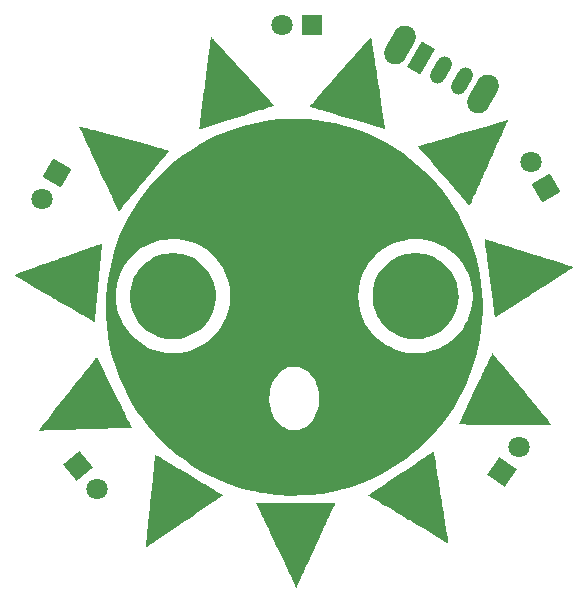
<source format=gbr>
%TF.GenerationSoftware,KiCad,Pcbnew,(6.0.4)*%
%TF.CreationDate,2022-06-06T14:47:46-07:00*%
%TF.ProjectId,Alpenglow_SunnySurprise_PCB,416c7065-6e67-46c6-9f77-5f53756e6e79,rev?*%
%TF.SameCoordinates,Original*%
%TF.FileFunction,Soldermask,Top*%
%TF.FilePolarity,Negative*%
%FSLAX46Y46*%
G04 Gerber Fmt 4.6, Leading zero omitted, Abs format (unit mm)*
G04 Created by KiCad (PCBNEW (6.0.4)) date 2022-06-06 14:47:46*
%MOMM*%
%LPD*%
G01*
G04 APERTURE LIST*
G04 Aperture macros list*
%AMHorizOval*
0 Thick line with rounded ends*
0 $1 width*
0 $2 $3 position (X,Y) of the first rounded end (center of the circle)*
0 $4 $5 position (X,Y) of the second rounded end (center of the circle)*
0 Add line between two ends*
20,1,$1,$2,$3,$4,$5,0*
0 Add two circle primitives to create the rounded ends*
1,1,$1,$2,$3*
1,1,$1,$4,$5*%
%AMRotRect*
0 Rectangle, with rotation*
0 The origin of the aperture is its center*
0 $1 length*
0 $2 width*
0 $3 Rotation angle, in degrees counterclockwise*
0 Add horizontal line*
21,1,$1,$2,0,0,$3*%
G04 Aperture macros list end*
%ADD10R,1.800000X1.800000*%
%ADD11C,1.800000*%
%ADD12RotRect,1.800000X1.800000X240.000000*%
%ADD13RotRect,1.800000X1.800000X120.000000*%
%ADD14RotRect,1.800000X1.800000X310.000000*%
%ADD15RotRect,1.800000X1.800000X55.000000*%
%ADD16O,2.500000X4.000000*%
%ADD17HorizOval,1.900000X-0.400000X-0.692820X0.400000X0.692820X0*%
%ADD18RotRect,1.300000X2.500000X330.000000*%
%ADD19HorizOval,1.300000X-0.300000X-0.519615X0.300000X0.519615X0*%
G04 APERTURE END LIST*
%TO.C,G\u002A\u002A\u002A*%
G36*
X163269967Y-85919593D02*
G01*
X163637340Y-85991826D01*
X163650222Y-85995068D01*
X164002887Y-86104788D01*
X164340209Y-86250004D01*
X164659842Y-86428352D01*
X164959441Y-86637468D01*
X165236662Y-86874987D01*
X165489159Y-87138544D01*
X165714588Y-87425776D01*
X165910603Y-87734316D01*
X166074859Y-88061802D01*
X166205011Y-88405868D01*
X166270067Y-88636694D01*
X166331296Y-88951917D01*
X166365990Y-89282152D01*
X166373621Y-89615085D01*
X166353662Y-89938404D01*
X166332618Y-90096078D01*
X166253363Y-90467706D01*
X166138408Y-90823671D01*
X165989644Y-91162065D01*
X165808966Y-91480979D01*
X165598267Y-91778504D01*
X165359439Y-92052733D01*
X165094377Y-92301755D01*
X164804973Y-92523664D01*
X164493120Y-92716550D01*
X164160713Y-92878505D01*
X163809644Y-93007620D01*
X163441806Y-93101987D01*
X163329970Y-93122977D01*
X163259726Y-93132101D01*
X163162161Y-93140723D01*
X163045585Y-93148517D01*
X162918313Y-93155155D01*
X162788655Y-93160313D01*
X162664925Y-93163664D01*
X162555435Y-93164882D01*
X162468497Y-93163640D01*
X162412424Y-93159612D01*
X162409245Y-93159113D01*
X162366439Y-93152686D01*
X162296923Y-93143074D01*
X162213708Y-93132062D01*
X162189072Y-93128888D01*
X161849967Y-93065760D01*
X161515098Y-92965033D01*
X161188303Y-92829138D01*
X160873422Y-92660505D01*
X160574291Y-92461565D01*
X160294751Y-92234750D01*
X160038641Y-91982488D01*
X159809798Y-91707212D01*
X159701516Y-91553774D01*
X159503670Y-91222561D01*
X159344820Y-90882663D01*
X159224657Y-90533003D01*
X159142876Y-90172501D01*
X159099168Y-89800079D01*
X159093141Y-89417309D01*
X159102951Y-89210178D01*
X159119161Y-89029904D01*
X159143593Y-88863578D01*
X159178066Y-88698288D01*
X159214508Y-88556631D01*
X159334422Y-88194456D01*
X159489290Y-87850575D01*
X159677552Y-87526880D01*
X159897647Y-87225260D01*
X160148013Y-86947606D01*
X160427088Y-86695811D01*
X160733312Y-86471763D01*
X161065123Y-86277355D01*
X161119475Y-86249631D01*
X161451182Y-86105782D01*
X161798988Y-85996926D01*
X162158832Y-85923470D01*
X162526651Y-85885824D01*
X162898384Y-85884395D01*
X163269967Y-85919593D01*
G37*
G36*
X137227095Y-97674920D02*
G01*
X137390304Y-97998770D01*
X137548507Y-98312888D01*
X137700774Y-98615420D01*
X137846176Y-98904510D01*
X137983782Y-99178303D01*
X138112663Y-99434944D01*
X138231888Y-99672577D01*
X138340529Y-99889347D01*
X138437655Y-100083399D01*
X138522336Y-100252878D01*
X138593643Y-100395928D01*
X138650645Y-100510694D01*
X138692414Y-100595321D01*
X138718018Y-100647953D01*
X138726529Y-100666735D01*
X138726520Y-100666751D01*
X138706449Y-100667802D01*
X138648697Y-100670023D01*
X138555592Y-100673342D01*
X138429467Y-100677683D01*
X138272650Y-100682972D01*
X138087473Y-100689137D01*
X137876266Y-100696102D01*
X137641358Y-100703795D01*
X137385081Y-100712140D01*
X137109765Y-100721065D01*
X136817740Y-100730494D01*
X136511336Y-100740355D01*
X136192884Y-100750573D01*
X135864713Y-100761074D01*
X135529155Y-100771785D01*
X135188540Y-100782631D01*
X134845197Y-100793539D01*
X134501458Y-100804434D01*
X134159652Y-100815243D01*
X133822110Y-100825891D01*
X133491162Y-100836305D01*
X133169139Y-100846411D01*
X132858371Y-100856135D01*
X132561187Y-100865403D01*
X132279920Y-100874140D01*
X132016898Y-100882274D01*
X131774452Y-100889730D01*
X131554912Y-100896434D01*
X131360609Y-100902312D01*
X131193873Y-100907290D01*
X131057035Y-100911295D01*
X130952424Y-100914252D01*
X130882371Y-100916088D01*
X130849207Y-100916728D01*
X130848214Y-100916725D01*
X130815837Y-100909216D01*
X130816999Y-100892089D01*
X130831647Y-100872690D01*
X130869662Y-100823742D01*
X130929583Y-100747095D01*
X131009949Y-100644603D01*
X131109298Y-100518116D01*
X131226168Y-100369485D01*
X131359097Y-100200563D01*
X131506623Y-100013200D01*
X131667286Y-99809249D01*
X131839624Y-99590561D01*
X132022174Y-99358988D01*
X132213475Y-99116380D01*
X132412065Y-98864590D01*
X132616483Y-98605470D01*
X132825268Y-98340870D01*
X133036956Y-98072642D01*
X133250087Y-97802638D01*
X133463200Y-97532709D01*
X133674831Y-97264707D01*
X133883521Y-97000484D01*
X134087806Y-96741890D01*
X134286226Y-96490778D01*
X134477318Y-96249000D01*
X134659622Y-96018405D01*
X134831675Y-95800847D01*
X134992015Y-95598177D01*
X135139181Y-95412246D01*
X135271712Y-95244906D01*
X135388145Y-95098008D01*
X135487020Y-94973404D01*
X135566873Y-94872945D01*
X135626245Y-94798484D01*
X135663672Y-94751871D01*
X135677447Y-94735195D01*
X135721742Y-94688858D01*
X137227095Y-97674920D01*
G37*
G36*
X140714377Y-102971026D02*
G01*
X140763806Y-102998100D01*
X140843219Y-103043186D01*
X140950445Y-103104991D01*
X141083312Y-103182223D01*
X141239650Y-103273590D01*
X141417288Y-103377799D01*
X141614053Y-103493558D01*
X141827776Y-103619574D01*
X142056284Y-103754556D01*
X142297407Y-103897210D01*
X142548973Y-104046245D01*
X142808812Y-104200368D01*
X143074751Y-104358286D01*
X143344621Y-104518708D01*
X143616249Y-104680340D01*
X143887464Y-104841892D01*
X144156095Y-105002069D01*
X144419972Y-105159581D01*
X144676923Y-105313133D01*
X144924776Y-105461435D01*
X145161360Y-105603194D01*
X145384505Y-105737117D01*
X145592039Y-105861912D01*
X145781791Y-105976287D01*
X145951589Y-106078949D01*
X146099263Y-106168605D01*
X146222642Y-106243965D01*
X146319553Y-106303734D01*
X146387826Y-106346622D01*
X146425290Y-106371334D01*
X146432080Y-106376908D01*
X146416275Y-106389244D01*
X146369265Y-106422739D01*
X146292973Y-106476082D01*
X146189324Y-106547963D01*
X146060243Y-106637070D01*
X145907654Y-106742093D01*
X145733483Y-106861722D01*
X145539653Y-106994644D01*
X145328089Y-107139550D01*
X145100716Y-107295129D01*
X144859459Y-107460070D01*
X144606241Y-107633062D01*
X144342988Y-107812794D01*
X144071624Y-107997956D01*
X143794074Y-108187237D01*
X143512263Y-108379327D01*
X143228114Y-108572913D01*
X142943553Y-108766686D01*
X142660504Y-108959335D01*
X142380892Y-109149549D01*
X142106641Y-109336018D01*
X141839676Y-109517430D01*
X141581922Y-109692474D01*
X141335302Y-109859841D01*
X141101743Y-110018218D01*
X140883168Y-110166297D01*
X140681501Y-110302764D01*
X140498669Y-110426311D01*
X140336594Y-110535626D01*
X140197202Y-110629398D01*
X140082418Y-110706317D01*
X139994165Y-110765071D01*
X139934369Y-110804351D01*
X139904954Y-110822844D01*
X139902207Y-110824164D01*
X139893876Y-110807135D01*
X139891515Y-110778746D01*
X139893539Y-110755210D01*
X139899450Y-110694196D01*
X139909008Y-110598047D01*
X139921970Y-110469104D01*
X139938095Y-110309706D01*
X139957143Y-110122197D01*
X139978871Y-109908916D01*
X140003039Y-109672205D01*
X140029404Y-109414405D01*
X140057727Y-109137858D01*
X140087765Y-108844903D01*
X140119278Y-108537883D01*
X140152023Y-108219139D01*
X140185759Y-107891011D01*
X140220246Y-107555842D01*
X140255242Y-107215971D01*
X140290505Y-106873740D01*
X140325795Y-106531491D01*
X140360870Y-106191564D01*
X140395488Y-105856300D01*
X140429409Y-105528041D01*
X140462390Y-105209128D01*
X140494192Y-104901902D01*
X140524572Y-104608704D01*
X140553288Y-104331875D01*
X140580101Y-104073757D01*
X140604768Y-103836690D01*
X140627048Y-103623015D01*
X140646700Y-103435075D01*
X140663483Y-103275209D01*
X140677154Y-103145759D01*
X140687474Y-103049067D01*
X140694200Y-102987472D01*
X140697092Y-102963317D01*
X140697104Y-102963256D01*
X140714377Y-102971026D01*
G37*
G36*
X142408092Y-85885427D02*
G01*
X142785083Y-85925768D01*
X143084028Y-85986401D01*
X143441062Y-86094961D01*
X143781885Y-86238880D01*
X144104324Y-86416029D01*
X144406202Y-86624277D01*
X144685344Y-86861492D01*
X144939574Y-87125545D01*
X145166716Y-87414303D01*
X145364596Y-87725637D01*
X145531036Y-88057416D01*
X145663863Y-88407508D01*
X145708316Y-88556631D01*
X145752235Y-88730518D01*
X145784641Y-88895006D01*
X145807354Y-89063007D01*
X145822196Y-89247431D01*
X145829684Y-89417309D01*
X145823488Y-89802638D01*
X145779524Y-90174976D01*
X145697484Y-90535401D01*
X145577061Y-90884992D01*
X145417948Y-91224827D01*
X145221308Y-91553774D01*
X144998850Y-91852835D01*
X144747034Y-92126283D01*
X144468719Y-92372267D01*
X144166764Y-92588935D01*
X143844027Y-92774437D01*
X143503367Y-92926921D01*
X143147643Y-93044535D01*
X142799490Y-93122091D01*
X142727783Y-93131448D01*
X142628978Y-93140279D01*
X142511375Y-93148254D01*
X142383272Y-93155041D01*
X142252969Y-93160307D01*
X142128765Y-93163721D01*
X142018959Y-93164952D01*
X141931850Y-93163667D01*
X141875739Y-93159536D01*
X141873075Y-93159113D01*
X141830277Y-93152649D01*
X141760773Y-93142936D01*
X141677572Y-93131780D01*
X141652902Y-93128554D01*
X141304053Y-93063340D01*
X140963211Y-92960669D01*
X140633371Y-92822798D01*
X140317526Y-92651988D01*
X140018673Y-92450497D01*
X139739805Y-92220583D01*
X139483917Y-91964507D01*
X139254004Y-91684526D01*
X139053061Y-91382900D01*
X138884082Y-91061887D01*
X138868994Y-91028665D01*
X138733320Y-90678024D01*
X138634697Y-90317375D01*
X138573066Y-89950129D01*
X138548366Y-89579698D01*
X138560538Y-89209495D01*
X138609522Y-88842931D01*
X138695258Y-88483419D01*
X138817685Y-88134369D01*
X138923920Y-87900613D01*
X139108683Y-87574487D01*
X139324733Y-87270549D01*
X139569372Y-86990987D01*
X139839903Y-86737990D01*
X140133627Y-86513747D01*
X140447848Y-86320446D01*
X140779867Y-86160276D01*
X141126986Y-86035427D01*
X141272602Y-85995068D01*
X141647713Y-85920097D01*
X142027589Y-85883543D01*
X142408092Y-85885427D01*
G37*
G36*
X136183844Y-85104298D02*
G01*
X136185055Y-85106531D01*
X136183836Y-85129692D01*
X136179104Y-85190153D01*
X136171097Y-85285360D01*
X136160051Y-85412756D01*
X136146202Y-85569787D01*
X136129787Y-85753898D01*
X136111042Y-85962532D01*
X136090203Y-86193136D01*
X136067507Y-86443153D01*
X136043190Y-86710028D01*
X136017489Y-86991207D01*
X135990640Y-87284134D01*
X135962878Y-87586253D01*
X135934442Y-87895009D01*
X135905566Y-88207848D01*
X135876488Y-88522214D01*
X135847444Y-88835551D01*
X135818670Y-89145305D01*
X135790402Y-89448920D01*
X135762877Y-89743840D01*
X135736331Y-90027512D01*
X135711001Y-90297378D01*
X135687123Y-90550885D01*
X135664934Y-90785477D01*
X135644669Y-90998598D01*
X135626565Y-91187694D01*
X135610859Y-91350209D01*
X135597786Y-91483588D01*
X135587584Y-91585275D01*
X135580489Y-91652716D01*
X135576736Y-91683355D01*
X135576597Y-91684094D01*
X135563947Y-91718606D01*
X135552717Y-91727768D01*
X135534243Y-91717673D01*
X135482886Y-91688306D01*
X135400300Y-91640633D01*
X135288141Y-91575621D01*
X135148066Y-91494234D01*
X134981729Y-91397439D01*
X134790787Y-91286202D01*
X134576894Y-91161487D01*
X134341707Y-91024262D01*
X134086880Y-90875492D01*
X133814071Y-90716142D01*
X133524934Y-90547178D01*
X133221124Y-90369567D01*
X132904299Y-90184274D01*
X132576112Y-89992265D01*
X132238221Y-89794505D01*
X132131335Y-89731932D01*
X131791047Y-89532627D01*
X131460182Y-89338675D01*
X131140381Y-89151046D01*
X130833286Y-88970708D01*
X130540538Y-88798631D01*
X130263777Y-88635783D01*
X130004646Y-88483133D01*
X129764783Y-88341651D01*
X129545832Y-88212304D01*
X129349433Y-88096063D01*
X129177227Y-87993896D01*
X129030855Y-87906771D01*
X128911958Y-87835659D01*
X128822178Y-87781527D01*
X128763155Y-87745346D01*
X128736531Y-87728083D01*
X128735120Y-87726713D01*
X128754743Y-87719024D01*
X128810276Y-87698561D01*
X128899914Y-87665972D01*
X129021851Y-87621902D01*
X129174283Y-87566998D01*
X129355404Y-87501907D01*
X129563409Y-87427274D01*
X129796492Y-87343747D01*
X130052850Y-87251972D01*
X130330675Y-87152595D01*
X130628165Y-87046263D01*
X130943512Y-86933623D01*
X131274912Y-86815320D01*
X131620559Y-86692001D01*
X131978650Y-86564313D01*
X132347377Y-86432903D01*
X132462124Y-86392022D01*
X132905364Y-86234154D01*
X133312424Y-86089249D01*
X133684816Y-85956783D01*
X134024053Y-85836235D01*
X134331648Y-85727082D01*
X134609112Y-85628803D01*
X134857959Y-85540874D01*
X135079699Y-85462775D01*
X135275847Y-85393982D01*
X135447913Y-85333973D01*
X135597411Y-85282226D01*
X135725853Y-85238220D01*
X135834752Y-85201431D01*
X135925618Y-85171338D01*
X135999966Y-85147419D01*
X136059307Y-85129150D01*
X136105154Y-85116011D01*
X136139018Y-85107478D01*
X136162413Y-85103030D01*
X136176851Y-85102144D01*
X136183844Y-85104298D01*
G37*
G36*
X169266878Y-94378947D02*
G01*
X169304605Y-94421895D01*
X169364820Y-94492156D01*
X169446038Y-94587941D01*
X169546777Y-94707458D01*
X169665553Y-94848915D01*
X169800882Y-95010523D01*
X169951281Y-95190488D01*
X170115266Y-95387022D01*
X170291353Y-95598332D01*
X170478059Y-95822628D01*
X170673901Y-96058118D01*
X170877394Y-96303011D01*
X171087055Y-96555517D01*
X171301400Y-96813844D01*
X171518947Y-97076201D01*
X171738210Y-97340797D01*
X171957707Y-97605842D01*
X172175954Y-97869543D01*
X172391468Y-98130110D01*
X172602764Y-98385753D01*
X172808360Y-98634679D01*
X173006771Y-98875098D01*
X173196514Y-99105218D01*
X173376106Y-99323249D01*
X173544062Y-99527400D01*
X173698899Y-99715879D01*
X173839134Y-99886896D01*
X173963283Y-100038659D01*
X174069862Y-100169377D01*
X174157388Y-100277259D01*
X174224378Y-100360515D01*
X174269346Y-100417353D01*
X174290811Y-100445982D01*
X174292418Y-100448726D01*
X174289843Y-100463793D01*
X174263027Y-100471629D01*
X174205367Y-100473616D01*
X174175650Y-100473163D01*
X174142426Y-100472663D01*
X174071271Y-100471786D01*
X173964284Y-100470555D01*
X173823564Y-100468990D01*
X173651209Y-100467114D01*
X173449318Y-100464950D01*
X173219989Y-100462519D01*
X172965322Y-100459842D01*
X172687415Y-100456943D01*
X172388367Y-100453844D01*
X172070276Y-100450565D01*
X171735241Y-100447129D01*
X171385361Y-100443559D01*
X171022734Y-100439876D01*
X170649460Y-100436102D01*
X170465589Y-100434249D01*
X170085718Y-100430406D01*
X169714197Y-100426609D01*
X169353222Y-100422881D01*
X169004991Y-100419247D01*
X168671700Y-100415731D01*
X168355544Y-100412357D01*
X168058722Y-100409150D01*
X167783429Y-100406133D01*
X167531861Y-100403331D01*
X167306216Y-100400768D01*
X167108690Y-100398468D01*
X166941479Y-100396454D01*
X166806781Y-100394752D01*
X166706791Y-100393386D01*
X166643705Y-100392379D01*
X166628675Y-100392067D01*
X166374583Y-100385945D01*
X167805991Y-97383581D01*
X167961817Y-97056836D01*
X168113093Y-96739829D01*
X168258912Y-96434450D01*
X168398368Y-96142590D01*
X168530553Y-95866140D01*
X168654563Y-95606989D01*
X168769490Y-95367029D01*
X168874428Y-95148149D01*
X168968471Y-94952241D01*
X169050712Y-94781195D01*
X169120245Y-94636902D01*
X169176164Y-94521252D01*
X169217562Y-94436135D01*
X169243533Y-94383443D01*
X169253123Y-94365104D01*
X169266878Y-94378947D01*
G37*
G36*
X158977023Y-67554062D02*
G01*
X158978856Y-67555740D01*
X158983010Y-67576473D01*
X158992774Y-67634894D01*
X159007856Y-67729097D01*
X159027965Y-67857175D01*
X159052813Y-68017221D01*
X159082107Y-68207330D01*
X159115559Y-68425594D01*
X159152877Y-68670107D01*
X159193771Y-68938963D01*
X159237951Y-69230255D01*
X159285127Y-69542077D01*
X159335008Y-69872522D01*
X159387303Y-70219684D01*
X159441723Y-70581656D01*
X159497978Y-70956532D01*
X159555776Y-71342405D01*
X159568451Y-71427121D01*
X159626575Y-71815635D01*
X159683174Y-72193863D01*
X159737959Y-72559877D01*
X159790640Y-72911750D01*
X159840929Y-73247554D01*
X159888537Y-73565362D01*
X159933174Y-73863245D01*
X159974551Y-74139275D01*
X160012380Y-74391525D01*
X160046372Y-74618067D01*
X160076236Y-74816973D01*
X160101685Y-74986315D01*
X160122428Y-75124166D01*
X160138178Y-75228597D01*
X160148645Y-75297681D01*
X160153540Y-75329491D01*
X160153827Y-75331217D01*
X160151325Y-75367102D01*
X160129677Y-75375193D01*
X160107254Y-75369490D01*
X160048475Y-75353012D01*
X159955367Y-75326353D01*
X159829958Y-75290107D01*
X159674275Y-75244868D01*
X159490345Y-75191229D01*
X159280195Y-75129784D01*
X159045852Y-75061128D01*
X158789345Y-74985854D01*
X158512699Y-74904556D01*
X158217943Y-74817828D01*
X157907103Y-74726263D01*
X157582207Y-74630457D01*
X157245282Y-74531002D01*
X156929985Y-74437842D01*
X156584162Y-74335562D01*
X156248732Y-74236248D01*
X155925707Y-74140500D01*
X155617099Y-74048919D01*
X155324921Y-73962106D01*
X155051184Y-73880660D01*
X154797900Y-73805184D01*
X154567082Y-73736277D01*
X154360742Y-73674540D01*
X154180892Y-73620574D01*
X154029544Y-73574979D01*
X153908709Y-73538356D01*
X153820402Y-73511306D01*
X153766632Y-73494430D01*
X153749402Y-73488408D01*
X153756440Y-73469113D01*
X153785772Y-73427263D01*
X153832370Y-73369567D01*
X153875664Y-73319888D01*
X153898699Y-73293954D01*
X153946138Y-73240320D01*
X154016412Y-73160767D01*
X154107952Y-73057075D01*
X154219187Y-72931026D01*
X154348548Y-72784400D01*
X154494465Y-72618979D01*
X154655368Y-72436543D01*
X154829687Y-72238873D01*
X155015852Y-72027751D01*
X155212295Y-71804958D01*
X155417444Y-71572273D01*
X155629731Y-71331479D01*
X155847585Y-71084356D01*
X156069436Y-70832686D01*
X156293716Y-70578249D01*
X156518853Y-70322826D01*
X156743279Y-70068199D01*
X156965422Y-69816147D01*
X157183715Y-69568453D01*
X157396586Y-69326897D01*
X157602466Y-69093260D01*
X157799786Y-68869324D01*
X157986975Y-68656868D01*
X158162463Y-68457675D01*
X158324682Y-68273525D01*
X158472060Y-68106198D01*
X158603029Y-67957477D01*
X158716018Y-67829142D01*
X158809458Y-67722974D01*
X158881778Y-67640754D01*
X158931410Y-67584263D01*
X158956783Y-67555282D01*
X158959815Y-67551758D01*
X158977023Y-67554062D01*
G37*
G36*
X155190947Y-107027049D02*
G01*
X155388265Y-107027240D01*
X155559749Y-107027599D01*
X155702870Y-107028135D01*
X155815096Y-107028856D01*
X155893900Y-107029769D01*
X155936751Y-107030884D01*
X155944154Y-107031669D01*
X155935940Y-107051279D01*
X155911947Y-107105125D01*
X155873151Y-107191085D01*
X155820525Y-107307037D01*
X155755046Y-107450860D01*
X155677687Y-107620432D01*
X155589424Y-107813632D01*
X155491231Y-108028337D01*
X155384084Y-108262426D01*
X155268957Y-108513778D01*
X155146825Y-108780271D01*
X155018663Y-109059784D01*
X154885445Y-109350194D01*
X154748148Y-109649380D01*
X154607745Y-109955221D01*
X154465211Y-110265594D01*
X154321521Y-110578379D01*
X154177651Y-110891454D01*
X154034574Y-111202696D01*
X153893266Y-111509985D01*
X153754702Y-111811199D01*
X153619856Y-112104215D01*
X153489704Y-112386914D01*
X153365220Y-112657172D01*
X153247378Y-112912868D01*
X153137155Y-113151882D01*
X153035524Y-113372090D01*
X152943461Y-113571372D01*
X152861941Y-113747605D01*
X152791938Y-113898669D01*
X152734427Y-114022441D01*
X152690383Y-114116800D01*
X152660781Y-114179625D01*
X152646595Y-114208793D01*
X152645517Y-114210642D01*
X152635725Y-114194211D01*
X152609714Y-114143269D01*
X152568305Y-114059534D01*
X152512315Y-113944719D01*
X152442564Y-113800542D01*
X152359869Y-113628716D01*
X152265051Y-113430959D01*
X152158928Y-113208984D01*
X152042318Y-112964508D01*
X151916041Y-112699246D01*
X151780915Y-112414913D01*
X151637760Y-112113226D01*
X151487393Y-111795899D01*
X151330635Y-111464648D01*
X151168303Y-111121189D01*
X151001216Y-110767237D01*
X150942328Y-110642387D01*
X150773848Y-110284998D01*
X150610052Y-109937311D01*
X150451749Y-109601054D01*
X150299747Y-109277953D01*
X150154856Y-108969736D01*
X150017885Y-108678129D01*
X149889643Y-108404859D01*
X149770938Y-108151653D01*
X149662579Y-107920238D01*
X149565376Y-107712342D01*
X149480138Y-107529690D01*
X149407673Y-107374010D01*
X149348790Y-107247029D01*
X149304299Y-107150474D01*
X149275009Y-107086071D01*
X149261727Y-107055549D01*
X149261004Y-107053194D01*
X149282051Y-107051821D01*
X149340504Y-107050413D01*
X149433833Y-107048979D01*
X149559510Y-107047525D01*
X149715005Y-107046060D01*
X149897787Y-107044593D01*
X150105327Y-107043131D01*
X150335097Y-107041683D01*
X150584565Y-107040257D01*
X150851203Y-107038860D01*
X151132480Y-107037502D01*
X151425867Y-107036190D01*
X151728835Y-107034932D01*
X152038854Y-107033737D01*
X152353395Y-107032613D01*
X152669926Y-107031567D01*
X152985920Y-107030609D01*
X153298846Y-107029745D01*
X153606175Y-107028985D01*
X153905377Y-107028336D01*
X154193923Y-107027807D01*
X154469282Y-107027406D01*
X154728925Y-107027140D01*
X154970324Y-107027018D01*
X155190947Y-107027049D01*
G37*
G36*
X164286696Y-102665837D02*
G01*
X164290727Y-102675333D01*
X164293812Y-102697215D01*
X164302822Y-102756314D01*
X164317391Y-102850315D01*
X164337151Y-102976901D01*
X164361734Y-103133756D01*
X164390773Y-103318564D01*
X164423901Y-103529009D01*
X164460751Y-103762775D01*
X164500955Y-104017544D01*
X164544146Y-104291003D01*
X164589956Y-104580833D01*
X164638019Y-104884719D01*
X164687967Y-105200345D01*
X164739433Y-105525394D01*
X164792049Y-105857551D01*
X164845448Y-106194499D01*
X164899263Y-106533922D01*
X164953126Y-106873504D01*
X165006671Y-107210928D01*
X165059529Y-107543879D01*
X165111334Y-107870040D01*
X165161718Y-108187096D01*
X165210314Y-108492729D01*
X165256755Y-108784624D01*
X165300673Y-109060465D01*
X165341701Y-109317935D01*
X165379472Y-109554718D01*
X165413618Y-109768499D01*
X165443772Y-109956960D01*
X165469566Y-110117786D01*
X165490635Y-110248661D01*
X165506609Y-110347267D01*
X165517122Y-110411291D01*
X165521807Y-110438414D01*
X165521905Y-110438861D01*
X165524451Y-110473208D01*
X165517073Y-110483195D01*
X165498648Y-110472952D01*
X165447588Y-110443024D01*
X165365539Y-110394399D01*
X165254146Y-110328064D01*
X165115057Y-110245006D01*
X164949916Y-110146213D01*
X164760369Y-110032672D01*
X164548063Y-109905371D01*
X164314644Y-109765297D01*
X164061757Y-109613437D01*
X163791048Y-109450779D01*
X163504163Y-109278311D01*
X163202748Y-109097019D01*
X162888448Y-108907892D01*
X162562911Y-108711917D01*
X162227781Y-108510080D01*
X162129024Y-108450586D01*
X161791351Y-108247120D01*
X161462799Y-108049089D01*
X161145014Y-107857490D01*
X160839642Y-107673317D01*
X160548332Y-107497565D01*
X160272730Y-107331230D01*
X160014482Y-107175306D01*
X159775236Y-107030789D01*
X159556638Y-106898673D01*
X159360336Y-106779955D01*
X159187976Y-106675629D01*
X159041205Y-106586690D01*
X158921670Y-106514134D01*
X158831018Y-106458955D01*
X158770895Y-106422148D01*
X158742949Y-106404710D01*
X158741103Y-106403422D01*
X158756085Y-106391209D01*
X158802180Y-106358060D01*
X158877293Y-106305394D01*
X158979328Y-106234630D01*
X159106190Y-106147187D01*
X159255784Y-106044484D01*
X159426016Y-105927940D01*
X159614789Y-105798974D01*
X159820008Y-105659006D01*
X160039579Y-105509454D01*
X160271406Y-105351736D01*
X160513393Y-105187273D01*
X160763447Y-105017484D01*
X161019471Y-104843786D01*
X161279370Y-104667600D01*
X161541049Y-104490343D01*
X161802413Y-104313436D01*
X162061367Y-104138298D01*
X162315815Y-103966346D01*
X162563662Y-103799001D01*
X162802814Y-103637681D01*
X163031174Y-103483805D01*
X163246648Y-103338792D01*
X163447140Y-103204062D01*
X163630556Y-103081033D01*
X163794799Y-102971125D01*
X163937776Y-102875756D01*
X164057390Y-102796345D01*
X164151546Y-102734311D01*
X164218150Y-102691074D01*
X164255105Y-102668052D01*
X164261431Y-102664693D01*
X164286696Y-102665837D01*
G37*
G36*
X145429205Y-67603182D02*
G01*
X145443919Y-67612828D01*
X145464796Y-67629769D01*
X145492945Y-67655184D01*
X145529476Y-67690251D01*
X145575500Y-67736148D01*
X145632126Y-67794055D01*
X145700465Y-67865149D01*
X145781628Y-67950608D01*
X145876723Y-68051612D01*
X145986862Y-68169339D01*
X146113154Y-68304966D01*
X146256710Y-68459673D01*
X146418640Y-68634638D01*
X146600054Y-68831038D01*
X146802062Y-69050054D01*
X147025774Y-69292863D01*
X147272301Y-69560643D01*
X147542753Y-69854572D01*
X147838239Y-70175831D01*
X148104781Y-70465684D01*
X148372011Y-70756472D01*
X148631769Y-71039456D01*
X148882771Y-71313226D01*
X149123736Y-71576372D01*
X149353384Y-71827484D01*
X149570431Y-72065151D01*
X149773596Y-72287964D01*
X149961598Y-72494512D01*
X150133154Y-72683386D01*
X150286983Y-72853174D01*
X150421803Y-73002468D01*
X150536332Y-73129856D01*
X150629289Y-73233930D01*
X150699391Y-73313277D01*
X150745358Y-73366490D01*
X150765906Y-73392157D01*
X150766877Y-73394355D01*
X150746540Y-73401783D01*
X150690468Y-73420532D01*
X150601086Y-73449830D01*
X150480822Y-73488904D01*
X150332101Y-73536980D01*
X150157349Y-73593286D01*
X149958992Y-73657050D01*
X149739456Y-73727498D01*
X149501167Y-73803858D01*
X149246551Y-73885357D01*
X148978034Y-73971221D01*
X148698043Y-74060679D01*
X148409002Y-74152957D01*
X148113338Y-74247282D01*
X147813477Y-74342883D01*
X147511845Y-74438984D01*
X147210869Y-74534815D01*
X146912973Y-74629602D01*
X146620584Y-74722572D01*
X146336128Y-74812953D01*
X146062030Y-74899972D01*
X145800718Y-74982855D01*
X145554617Y-75060830D01*
X145326152Y-75133124D01*
X145117751Y-75198965D01*
X144931838Y-75257579D01*
X144770840Y-75308194D01*
X144637183Y-75350037D01*
X144533293Y-75382335D01*
X144461596Y-75404315D01*
X144424517Y-75415204D01*
X144419842Y-75416284D01*
X144412050Y-75398118D01*
X144412148Y-75349531D01*
X144417152Y-75301194D01*
X144421251Y-75269763D01*
X144430173Y-75200634D01*
X144443660Y-75095818D01*
X144461456Y-74957325D01*
X144483302Y-74787165D01*
X144508940Y-74587349D01*
X144538114Y-74359887D01*
X144570564Y-74106788D01*
X144606035Y-73830064D01*
X144644267Y-73531724D01*
X144685003Y-73213778D01*
X144727985Y-72878238D01*
X144772956Y-72527113D01*
X144819658Y-72162413D01*
X144867834Y-71786149D01*
X144914305Y-71423140D01*
X144963542Y-71038824D01*
X145011548Y-70664757D01*
X145058067Y-70302908D01*
X145102842Y-69955245D01*
X145145619Y-69623734D01*
X145186140Y-69310345D01*
X145224150Y-69017046D01*
X145259392Y-68745803D01*
X145291611Y-68498586D01*
X145320550Y-68277362D01*
X145345954Y-68084100D01*
X145367566Y-67920766D01*
X145385130Y-67789330D01*
X145398390Y-67691758D01*
X145407091Y-67630020D01*
X145410932Y-67606232D01*
X145413821Y-67601062D01*
X145419542Y-67599653D01*
X145429205Y-67603182D01*
G37*
G36*
X170541808Y-74641072D02*
G01*
X170519303Y-74694297D01*
X170482365Y-74779825D01*
X170431940Y-74895530D01*
X170368972Y-75039287D01*
X170294407Y-75208972D01*
X170209187Y-75402458D01*
X170114259Y-75617621D01*
X170010567Y-75852335D01*
X169899055Y-76104475D01*
X169780669Y-76371916D01*
X169656352Y-76652533D01*
X169527050Y-76944201D01*
X169393708Y-77244793D01*
X169257269Y-77552186D01*
X169118679Y-77864253D01*
X168978882Y-78178870D01*
X168838824Y-78493912D01*
X168699447Y-78807252D01*
X168561698Y-79116767D01*
X168426522Y-79420330D01*
X168294861Y-79715817D01*
X168167662Y-80001102D01*
X168045869Y-80274060D01*
X167930427Y-80532565D01*
X167822280Y-80774494D01*
X167722373Y-80997720D01*
X167631651Y-81200117D01*
X167551058Y-81379562D01*
X167481540Y-81533929D01*
X167424039Y-81661092D01*
X167379503Y-81758926D01*
X167348874Y-81825306D01*
X167333098Y-81858107D01*
X167331124Y-81861359D01*
X167316437Y-81846536D01*
X167276815Y-81803111D01*
X167213639Y-81732653D01*
X167128289Y-81636727D01*
X167022142Y-81516903D01*
X166896579Y-81374746D01*
X166752978Y-81211825D01*
X166592720Y-81029707D01*
X166417183Y-80829958D01*
X166227746Y-80614148D01*
X166025789Y-80383842D01*
X165812691Y-80140608D01*
X165589831Y-79886014D01*
X165358589Y-79621627D01*
X165127404Y-79357096D01*
X164889387Y-79084601D01*
X164658540Y-78820230D01*
X164436235Y-78565560D01*
X164223845Y-78322166D01*
X164022742Y-78091625D01*
X163834300Y-77875511D01*
X163659891Y-77675402D01*
X163500888Y-77492873D01*
X163358664Y-77329500D01*
X163234591Y-77186858D01*
X163130044Y-77066525D01*
X163046394Y-76970075D01*
X162985013Y-76899085D01*
X162947276Y-76855131D01*
X162934560Y-76839818D01*
X162953014Y-76833336D01*
X163007690Y-76816372D01*
X163096361Y-76789573D01*
X163216798Y-76753589D01*
X163366770Y-76709070D01*
X163544049Y-76656665D01*
X163746407Y-76597022D01*
X163971613Y-76530791D01*
X164217439Y-76458621D01*
X164481655Y-76381161D01*
X164762033Y-76299061D01*
X165056343Y-76212969D01*
X165362357Y-76123535D01*
X165677844Y-76031408D01*
X166000577Y-75937237D01*
X166328326Y-75841672D01*
X166658862Y-75745361D01*
X166989956Y-75648954D01*
X167319378Y-75553100D01*
X167644900Y-75458448D01*
X167964293Y-75365647D01*
X168275327Y-75275346D01*
X168575773Y-75188196D01*
X168863403Y-75104844D01*
X169135987Y-75025940D01*
X169391295Y-74952133D01*
X169627100Y-74884072D01*
X169841172Y-74822407D01*
X170031281Y-74767787D01*
X170195199Y-74720861D01*
X170330697Y-74682277D01*
X170435545Y-74652686D01*
X170507514Y-74632737D01*
X170544376Y-74623078D01*
X170548937Y-74622275D01*
X170541808Y-74641072D01*
G37*
G36*
X134274200Y-75166379D02*
G01*
X134330556Y-75180376D01*
X134421044Y-75203652D01*
X134543413Y-75235600D01*
X134695412Y-75275614D01*
X134874791Y-75323086D01*
X135079300Y-75377411D01*
X135306688Y-75437980D01*
X135554705Y-75504188D01*
X135821101Y-75575428D01*
X136103625Y-75651093D01*
X136400026Y-75730576D01*
X136708055Y-75813271D01*
X137025461Y-75898571D01*
X137349994Y-75985868D01*
X137679403Y-76074557D01*
X138011437Y-76164030D01*
X138343847Y-76253681D01*
X138674383Y-76342903D01*
X139000793Y-76431090D01*
X139320827Y-76517634D01*
X139632236Y-76601928D01*
X139932768Y-76683367D01*
X140220173Y-76761343D01*
X140492201Y-76835250D01*
X140746601Y-76904480D01*
X140981124Y-76968428D01*
X141193518Y-77026485D01*
X141381533Y-77078046D01*
X141542919Y-77122505D01*
X141675426Y-77159253D01*
X141776803Y-77187684D01*
X141844800Y-77207192D01*
X141877166Y-77217170D01*
X141879602Y-77218223D01*
X141868318Y-77234386D01*
X141832869Y-77279225D01*
X141774879Y-77350800D01*
X141695973Y-77447169D01*
X141597778Y-77566393D01*
X141481918Y-77706530D01*
X141350019Y-77865642D01*
X141203705Y-78041786D01*
X141044603Y-78233023D01*
X140874337Y-78437413D01*
X140694532Y-78653015D01*
X140506814Y-78877888D01*
X140312808Y-79110092D01*
X140114140Y-79347687D01*
X139912434Y-79588732D01*
X139709316Y-79831287D01*
X139506411Y-80073411D01*
X139305344Y-80313165D01*
X139107741Y-80548607D01*
X138915227Y-80777797D01*
X138729427Y-80998795D01*
X138551966Y-81209660D01*
X138384470Y-81408452D01*
X138228564Y-81593231D01*
X138085873Y-81762055D01*
X137958022Y-81912985D01*
X137846637Y-82044081D01*
X137753343Y-82153401D01*
X137679765Y-82239005D01*
X137627528Y-82298954D01*
X137598258Y-82331306D01*
X137592531Y-82336636D01*
X137582939Y-82319266D01*
X137557299Y-82267313D01*
X137516420Y-82182506D01*
X137461114Y-82066570D01*
X137392192Y-81921232D01*
X137310462Y-81748218D01*
X137216738Y-81549255D01*
X137111828Y-81326069D01*
X136996543Y-81080387D01*
X136871695Y-80813936D01*
X136738093Y-80528441D01*
X136596548Y-80225630D01*
X136447872Y-79907229D01*
X136292873Y-79574964D01*
X136132364Y-79230562D01*
X135967155Y-78875750D01*
X135911885Y-78756980D01*
X135745402Y-78399004D01*
X135583576Y-78050728D01*
X135427205Y-77713886D01*
X135277090Y-77390212D01*
X135134031Y-77081440D01*
X134998828Y-76789305D01*
X134872279Y-76515541D01*
X134755186Y-76261883D01*
X134648347Y-76030065D01*
X134552563Y-75821820D01*
X134468633Y-75638885D01*
X134397357Y-75482992D01*
X134339535Y-75355877D01*
X134295967Y-75259273D01*
X134267452Y-75194915D01*
X134254791Y-75164538D01*
X134254225Y-75162268D01*
X134274200Y-75166379D01*
G37*
G36*
X138024195Y-97258068D02*
G01*
X137709640Y-96545617D01*
X137430624Y-95819041D01*
X137187589Y-95079581D01*
X136980977Y-94328478D01*
X136811230Y-93566973D01*
X136678791Y-92796306D01*
X136584102Y-92017718D01*
X136527605Y-91232451D01*
X136509741Y-90441744D01*
X136530954Y-89646838D01*
X136542294Y-89497372D01*
X137361677Y-89497372D01*
X137362517Y-89708685D01*
X137367592Y-89890051D01*
X137377998Y-90051434D01*
X137394834Y-90202796D01*
X137419197Y-90354098D01*
X137452186Y-90515303D01*
X137492911Y-90688309D01*
X137614118Y-91098373D01*
X137771714Y-91494692D01*
X137963721Y-91874944D01*
X138188160Y-92236804D01*
X138443052Y-92577950D01*
X138726420Y-92896058D01*
X139036284Y-93188807D01*
X139370666Y-93453871D01*
X139727588Y-93688930D01*
X140105072Y-93891658D01*
X140293865Y-93977177D01*
X140615362Y-94099789D01*
X140953845Y-94202155D01*
X141295199Y-94280503D01*
X141612870Y-94329662D01*
X141704942Y-94340198D01*
X141789955Y-94349963D01*
X141854514Y-94357417D01*
X141873075Y-94359579D01*
X141938287Y-94363502D01*
X142034794Y-94364557D01*
X142153984Y-94363074D01*
X142287248Y-94359381D01*
X142425977Y-94353809D01*
X142561560Y-94346688D01*
X142685388Y-94338347D01*
X142788850Y-94329116D01*
X142843839Y-94322404D01*
X143243250Y-94249376D01*
X143622607Y-94147381D01*
X143992554Y-94013137D01*
X144305665Y-93872155D01*
X144694737Y-93660264D01*
X145058521Y-93418045D01*
X145395819Y-93147137D01*
X145705437Y-92849181D01*
X145986180Y-92525817D01*
X146236851Y-92178684D01*
X146456257Y-91809423D01*
X146643201Y-91419673D01*
X146796489Y-91011075D01*
X146914924Y-90585269D01*
X146990847Y-90187915D01*
X147007756Y-90040733D01*
X147019378Y-89864930D01*
X147025717Y-89671104D01*
X147026190Y-89581715D01*
X157895982Y-89581715D01*
X157899969Y-89780159D01*
X157909237Y-89965302D01*
X157923789Y-90126546D01*
X157931978Y-90187915D01*
X158017962Y-90627832D01*
X158139875Y-91052020D01*
X158296523Y-91458838D01*
X158486711Y-91846647D01*
X158709242Y-92213806D01*
X158962922Y-92558676D01*
X159246556Y-92879616D01*
X159558947Y-93174987D01*
X159898901Y-93443148D01*
X160265223Y-93682459D01*
X160617160Y-93872155D01*
X160889923Y-93996968D01*
X161157001Y-94100709D01*
X161426944Y-94185691D01*
X161708304Y-94254226D01*
X162009630Y-94308625D01*
X162339473Y-94351202D01*
X162419253Y-94359464D01*
X162493639Y-94363387D01*
X162598728Y-94364267D01*
X162725337Y-94362456D01*
X162864282Y-94358306D01*
X163006377Y-94352170D01*
X163142441Y-94344400D01*
X163263289Y-94335348D01*
X163359736Y-94325366D01*
X163380009Y-94322614D01*
X163823201Y-94238664D01*
X164249970Y-94118408D01*
X164659295Y-93962416D01*
X165050152Y-93771257D01*
X165421520Y-93545501D01*
X165772375Y-93285716D01*
X166101696Y-92992472D01*
X166408460Y-92666338D01*
X166456487Y-92609822D01*
X166714085Y-92271440D01*
X166941043Y-91908745D01*
X167136059Y-91524665D01*
X167297826Y-91122129D01*
X167425039Y-90704065D01*
X167516395Y-90273400D01*
X167526919Y-90207931D01*
X167543882Y-90062991D01*
X167555697Y-89888589D01*
X167562375Y-89694964D01*
X167563923Y-89492353D01*
X167560351Y-89290992D01*
X167551668Y-89101120D01*
X167537884Y-88932972D01*
X167525690Y-88836852D01*
X167439283Y-88400040D01*
X167315227Y-87975508D01*
X167154417Y-87565299D01*
X166957748Y-87171454D01*
X166726112Y-86796014D01*
X166496086Y-86485000D01*
X166213040Y-86163696D01*
X165902244Y-85869774D01*
X165566478Y-85604723D01*
X165208521Y-85370032D01*
X164831153Y-85167191D01*
X164437154Y-84997688D01*
X164029305Y-84863012D01*
X163610383Y-84764652D01*
X163183170Y-84704098D01*
X163168971Y-84702762D01*
X162989343Y-84691389D01*
X162786019Y-84687298D01*
X162571918Y-84690137D01*
X162359958Y-84699554D01*
X162163058Y-84715197D01*
X162008930Y-84734380D01*
X161583022Y-84820053D01*
X161167104Y-84943698D01*
X160763897Y-85103921D01*
X160376126Y-85299327D01*
X160006513Y-85528521D01*
X159657783Y-85790110D01*
X159332657Y-86082699D01*
X159287090Y-86128165D01*
X158991753Y-86454646D01*
X158730128Y-86802607D01*
X158502440Y-87171594D01*
X158308913Y-87561153D01*
X158149771Y-87970833D01*
X158025238Y-88400178D01*
X157935539Y-88848737D01*
X157932709Y-88866875D01*
X157915637Y-89012550D01*
X157903822Y-89187313D01*
X157897268Y-89380568D01*
X157895982Y-89581715D01*
X147026190Y-89581715D01*
X147026781Y-89469852D01*
X147022573Y-89271772D01*
X147013101Y-89087460D01*
X146998371Y-88927515D01*
X146990115Y-88866875D01*
X146901799Y-88417566D01*
X146778640Y-87987451D01*
X146620863Y-87576985D01*
X146428693Y-87186621D01*
X146202352Y-86816811D01*
X145942066Y-86468010D01*
X145648059Y-86140670D01*
X145635735Y-86128165D01*
X145311582Y-85828361D01*
X144964457Y-85560651D01*
X144596382Y-85326197D01*
X144209375Y-85126162D01*
X143805456Y-84961708D01*
X143387133Y-84834124D01*
X143159004Y-84780392D01*
X142945178Y-84740884D01*
X142730457Y-84713459D01*
X142499642Y-84695974D01*
X142363397Y-84689928D01*
X141926129Y-84693936D01*
X141496195Y-84736415D01*
X141075678Y-84816149D01*
X140666661Y-84931925D01*
X140271228Y-85082527D01*
X139891462Y-85266740D01*
X139529446Y-85483349D01*
X139187264Y-85731140D01*
X138866999Y-86008898D01*
X138570734Y-86315407D01*
X138300553Y-86649453D01*
X138058538Y-87009822D01*
X137898255Y-87293783D01*
X137726879Y-87656992D01*
X137588143Y-88028937D01*
X137479293Y-88417781D01*
X137415373Y-88726765D01*
X137398228Y-88827076D01*
X137385227Y-88916063D01*
X137375782Y-89002212D01*
X137369299Y-89094008D01*
X137365187Y-89199937D01*
X137362856Y-89328484D01*
X137361714Y-89488135D01*
X137361677Y-89497372D01*
X136542294Y-89497372D01*
X136590891Y-88856867D01*
X136689778Y-88070398D01*
X136827106Y-87293550D01*
X137002178Y-86527521D01*
X137214299Y-85773508D01*
X137462773Y-85032708D01*
X137746905Y-84306318D01*
X138066000Y-83595535D01*
X138419363Y-82901557D01*
X138806297Y-82225580D01*
X139226109Y-81568802D01*
X139678101Y-80932419D01*
X140161579Y-80317629D01*
X140675848Y-79725629D01*
X141220212Y-79157617D01*
X141793976Y-78614788D01*
X142396444Y-78098341D01*
X143026921Y-77609473D01*
X143195317Y-77487054D01*
X143849989Y-77041911D01*
X144523448Y-76631714D01*
X145214361Y-76256801D01*
X145921395Y-75917510D01*
X146643214Y-75614181D01*
X147378486Y-75347150D01*
X148125877Y-75116758D01*
X148884053Y-74923341D01*
X149651679Y-74767239D01*
X150427424Y-74648790D01*
X151209952Y-74568332D01*
X151997929Y-74526204D01*
X152790023Y-74522745D01*
X153584900Y-74558292D01*
X154381225Y-74633184D01*
X154422957Y-74638198D01*
X155202225Y-74752834D01*
X155971914Y-74905877D01*
X156730767Y-75096581D01*
X157477528Y-75324197D01*
X158210940Y-75587977D01*
X158929748Y-75887173D01*
X159632695Y-76221036D01*
X160318525Y-76588819D01*
X160985981Y-76989772D01*
X161633808Y-77423148D01*
X162260749Y-77888200D01*
X162865548Y-78384177D01*
X163446948Y-78910333D01*
X164003694Y-79465919D01*
X164534530Y-80050187D01*
X165038198Y-80662389D01*
X165441486Y-81200635D01*
X165887427Y-81856404D01*
X166298314Y-82530798D01*
X166673815Y-83222510D01*
X167013594Y-83930235D01*
X167317316Y-84652667D01*
X167584646Y-85388500D01*
X167815250Y-86136430D01*
X168008793Y-86895149D01*
X168164941Y-87663353D01*
X168283358Y-88439736D01*
X168363710Y-89222991D01*
X168405662Y-90011814D01*
X168408879Y-90804899D01*
X168373027Y-91600940D01*
X168302369Y-92359625D01*
X168191309Y-93139725D01*
X168041519Y-93911319D01*
X167853654Y-94673059D01*
X167628370Y-95423594D01*
X167366324Y-96161577D01*
X167068171Y-96885658D01*
X166734568Y-97594488D01*
X166366170Y-98286717D01*
X165963634Y-98960998D01*
X165527616Y-99615980D01*
X165058771Y-100250314D01*
X164557756Y-100862651D01*
X164025226Y-101451643D01*
X163737891Y-101746428D01*
X163156201Y-102300184D01*
X162551203Y-102821660D01*
X161923842Y-103310334D01*
X161275066Y-103765682D01*
X160605821Y-104187181D01*
X159917054Y-104574309D01*
X159209709Y-104926541D01*
X158484735Y-105243354D01*
X157743078Y-105524226D01*
X156985683Y-105768633D01*
X156213497Y-105976052D01*
X155994194Y-106027559D01*
X155594707Y-106114016D01*
X155211862Y-106187196D01*
X154833522Y-106248969D01*
X154447554Y-106301205D01*
X154041822Y-106345775D01*
X153762437Y-106371462D01*
X153664858Y-106378222D01*
X153535716Y-106384739D01*
X153380981Y-106390900D01*
X153206626Y-106396597D01*
X153018622Y-106401718D01*
X152822940Y-106406153D01*
X152625553Y-106409792D01*
X152432433Y-106412525D01*
X152249550Y-106414242D01*
X152082877Y-106414831D01*
X151938385Y-106414184D01*
X151822046Y-106412189D01*
X151740845Y-106408803D01*
X151531364Y-106394892D01*
X151355599Y-106382849D01*
X151207304Y-106372168D01*
X151080233Y-106362342D01*
X150968141Y-106352865D01*
X150864783Y-106343229D01*
X150763912Y-106332929D01*
X150659283Y-106321457D01*
X150646998Y-106320071D01*
X150306628Y-106278682D01*
X149990135Y-106233703D01*
X149683327Y-106182718D01*
X149372013Y-106123310D01*
X149042003Y-106053063D01*
X148928630Y-106027559D01*
X148152261Y-105830579D01*
X147390506Y-105596491D01*
X146644290Y-105325808D01*
X145914539Y-105019042D01*
X145202178Y-104676705D01*
X144508133Y-104299307D01*
X143833330Y-103887361D01*
X143178694Y-103441379D01*
X142545150Y-102961873D01*
X141933624Y-102449353D01*
X141345042Y-101904332D01*
X141184027Y-101745522D01*
X140633080Y-101166682D01*
X140114577Y-100565033D01*
X139628960Y-99941815D01*
X139176671Y-99298269D01*
X138758153Y-98635635D01*
X138465352Y-98117181D01*
X150346678Y-98117181D01*
X150354401Y-98434515D01*
X150392489Y-98752162D01*
X150461996Y-99066939D01*
X150520812Y-99257759D01*
X150640315Y-99556236D01*
X150784810Y-99830685D01*
X150952322Y-100078850D01*
X151140878Y-100298473D01*
X151348505Y-100487299D01*
X151573228Y-100643069D01*
X151813073Y-100763528D01*
X151850931Y-100778682D01*
X152096578Y-100853640D01*
X152346896Y-100891181D01*
X152596527Y-100890783D01*
X152766214Y-100867992D01*
X153004408Y-100803193D01*
X153238926Y-100702406D01*
X153463044Y-100569564D01*
X153670043Y-100408594D01*
X153836837Y-100242141D01*
X154037313Y-99986175D01*
X154207069Y-99707276D01*
X154345502Y-99408887D01*
X154452004Y-99094455D01*
X154525969Y-98767423D01*
X154566792Y-98431236D01*
X154573865Y-98089339D01*
X154546583Y-97745175D01*
X154484340Y-97402190D01*
X154392885Y-97082380D01*
X154341396Y-96950238D01*
X154271886Y-96799478D01*
X154191099Y-96642937D01*
X154105778Y-96493449D01*
X154022666Y-96363850D01*
X153995064Y-96325182D01*
X153804851Y-96098931D01*
X153592360Y-95903496D01*
X153360493Y-95741344D01*
X153214580Y-95661694D01*
X153041670Y-95584414D01*
X152882082Y-95531939D01*
X152720820Y-95500777D01*
X152542889Y-95487435D01*
X152461412Y-95486305D01*
X152272279Y-95493334D01*
X152105979Y-95516748D01*
X151947518Y-95560039D01*
X151781900Y-95626699D01*
X151708245Y-95661694D01*
X151470141Y-95800743D01*
X151251888Y-95971951D01*
X151054538Y-96172133D01*
X150879141Y-96398104D01*
X150726750Y-96646680D01*
X150598416Y-96914677D01*
X150495190Y-97198910D01*
X150418124Y-97496195D01*
X150368269Y-97803346D01*
X150346678Y-98117181D01*
X138465352Y-98117181D01*
X138373846Y-97955155D01*
X138024195Y-97258068D01*
G37*
G36*
X168599551Y-84716165D02*
G01*
X168655852Y-84732298D01*
X168746710Y-84759244D01*
X168870298Y-84796440D01*
X169024790Y-84843325D01*
X169208359Y-84899336D01*
X169419179Y-84963911D01*
X169655422Y-85036489D01*
X169915262Y-85116507D01*
X170196872Y-85203402D01*
X170498426Y-85296614D01*
X170818097Y-85395579D01*
X171154058Y-85499736D01*
X171504483Y-85608522D01*
X171867545Y-85721376D01*
X172241417Y-85837735D01*
X172366013Y-85876545D01*
X172828427Y-86020667D01*
X173253907Y-86153409D01*
X173643773Y-86275193D01*
X173999342Y-86386440D01*
X174321933Y-86487575D01*
X174612866Y-86579018D01*
X174873458Y-86661192D01*
X175105029Y-86734518D01*
X175308896Y-86799421D01*
X175486380Y-86856320D01*
X175638797Y-86905640D01*
X175767467Y-86947801D01*
X175873709Y-86983227D01*
X175958840Y-87012339D01*
X176024181Y-87035559D01*
X176071049Y-87053311D01*
X176100762Y-87066016D01*
X176114641Y-87074096D01*
X176115681Y-87077188D01*
X176096628Y-87090146D01*
X176045818Y-87123382D01*
X175965229Y-87175629D01*
X175856838Y-87245623D01*
X175722622Y-87332099D01*
X175564557Y-87433790D01*
X175384621Y-87549433D01*
X175184790Y-87677762D01*
X174967042Y-87817511D01*
X174733354Y-87967416D01*
X174485702Y-88126210D01*
X174226063Y-88292630D01*
X173956415Y-88465410D01*
X173678734Y-88643284D01*
X173394998Y-88824987D01*
X173107183Y-89009254D01*
X172817266Y-89194821D01*
X172527225Y-89380421D01*
X172239035Y-89564789D01*
X171954675Y-89746661D01*
X171676121Y-89924770D01*
X171405350Y-90097853D01*
X171144340Y-90264643D01*
X170895066Y-90423875D01*
X170659506Y-90574284D01*
X170439637Y-90714606D01*
X170237437Y-90843574D01*
X170054881Y-90959923D01*
X169893947Y-91062389D01*
X169756612Y-91149706D01*
X169644852Y-91220609D01*
X169560646Y-91273832D01*
X169505969Y-91308111D01*
X169482799Y-91322180D01*
X169482265Y-91322437D01*
X169463913Y-91311325D01*
X169449485Y-91270973D01*
X169448366Y-91264963D01*
X169441649Y-91221317D01*
X169430278Y-91142087D01*
X169414587Y-91029798D01*
X169394910Y-90886974D01*
X169371583Y-90716139D01*
X169344940Y-90519817D01*
X169315315Y-90300532D01*
X169283044Y-90060809D01*
X169248460Y-89803172D01*
X169211899Y-89530145D01*
X169173694Y-89244252D01*
X169134182Y-88948018D01*
X169093695Y-88643967D01*
X169052570Y-88334623D01*
X169011140Y-88022510D01*
X168969740Y-87710153D01*
X168928704Y-87400075D01*
X168888368Y-87094801D01*
X168849066Y-86796856D01*
X168811133Y-86508763D01*
X168774902Y-86233047D01*
X168740709Y-85972231D01*
X168708889Y-85728841D01*
X168679775Y-85505400D01*
X168653703Y-85304433D01*
X168631007Y-85128463D01*
X168612022Y-84980016D01*
X168597083Y-84861615D01*
X168586523Y-84775784D01*
X168580678Y-84725048D01*
X168579633Y-84711407D01*
X168599551Y-84716165D01*
G37*
%TD*%
D10*
%TO.C,D1*%
X153924000Y-66548000D03*
D11*
X151384000Y-66548000D03*
%TD*%
D12*
%TO.C,D2*%
X132334000Y-79121000D03*
D11*
X131064000Y-81320705D03*
%TD*%
D13*
%TO.C,D3*%
X173812200Y-80365600D03*
D11*
X172542200Y-78165895D03*
%TD*%
D14*
%TO.C,D4*%
X134112000Y-103886000D03*
D11*
X135744681Y-105831753D03*
%TD*%
D15*
%TO.C,D5*%
X170053000Y-104394000D03*
D11*
X171509884Y-102313354D03*
%TD*%
D16*
%TO.C,BT1*%
X141859000Y-89408000D03*
X162941000Y-89408000D03*
%TD*%
D17*
%TO.C,SW1*%
X161376347Y-68292000D03*
X168477755Y-72392000D03*
D18*
X163195000Y-69342000D03*
D19*
X164927051Y-70342000D03*
X166659102Y-71342000D03*
%TD*%
M02*

</source>
